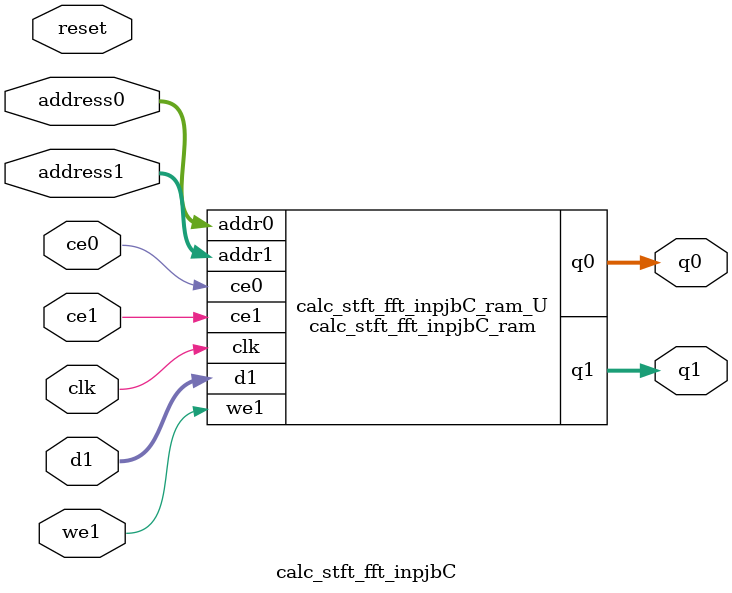
<source format=v>
`timescale 1 ns / 1 ps
module calc_stft_fft_inpjbC_ram (addr0, ce0, q0, addr1, ce1, d1, we1, q1,  clk);

parameter DWIDTH = 32;
parameter AWIDTH = 8;
parameter MEM_SIZE = 256;

input[AWIDTH-1:0] addr0;
input ce0;
output reg[DWIDTH-1:0] q0;
input[AWIDTH-1:0] addr1;
input ce1;
input[DWIDTH-1:0] d1;
input we1;
output reg[DWIDTH-1:0] q1;
input clk;

(* ram_style = "distributed" *)reg [DWIDTH-1:0] ram[0:MEM_SIZE-1];




always @(posedge clk)  
begin 
    if (ce0) begin
        q0 <= ram[addr0];
    end
end


always @(posedge clk)  
begin 
    if (ce1) begin
        if (we1) 
            ram[addr1] <= d1; 
        q1 <= ram[addr1];
    end
end


endmodule

`timescale 1 ns / 1 ps
module calc_stft_fft_inpjbC(
    reset,
    clk,
    address0,
    ce0,
    q0,
    address1,
    ce1,
    we1,
    d1,
    q1);

parameter DataWidth = 32'd32;
parameter AddressRange = 32'd256;
parameter AddressWidth = 32'd8;
input reset;
input clk;
input[AddressWidth - 1:0] address0;
input ce0;
output[DataWidth - 1:0] q0;
input[AddressWidth - 1:0] address1;
input ce1;
input we1;
input[DataWidth - 1:0] d1;
output[DataWidth - 1:0] q1;



calc_stft_fft_inpjbC_ram calc_stft_fft_inpjbC_ram_U(
    .clk( clk ),
    .addr0( address0 ),
    .ce0( ce0 ),
    .q0( q0 ),
    .addr1( address1 ),
    .ce1( ce1 ),
    .we1( we1 ),
    .d1( d1 ),
    .q1( q1 ));

endmodule


</source>
